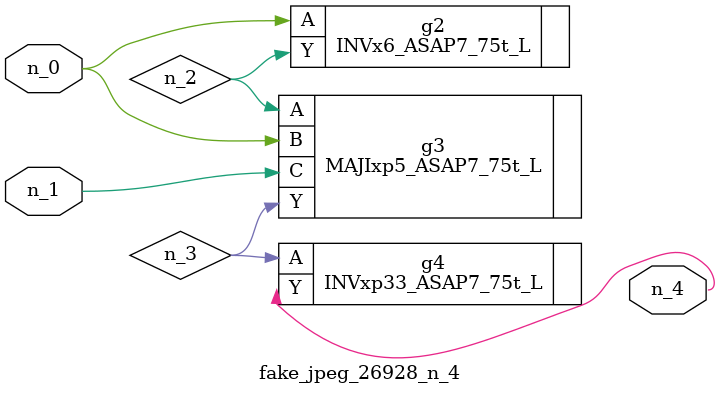
<source format=v>
module fake_jpeg_26928_n_4 (n_0, n_1, n_4);

input n_0;
input n_1;

output n_4;

wire n_2;
wire n_3;

INVx6_ASAP7_75t_L g2 ( 
.A(n_0),
.Y(n_2)
);

MAJIxp5_ASAP7_75t_L g3 ( 
.A(n_2),
.B(n_0),
.C(n_1),
.Y(n_3)
);

INVxp33_ASAP7_75t_L g4 ( 
.A(n_3),
.Y(n_4)
);


endmodule
</source>
